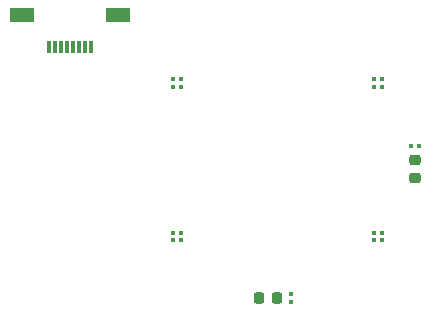
<source format=gbr>
%TF.GenerationSoftware,KiCad,Pcbnew,8.0.2*%
%TF.CreationDate,2025-05-18T13:49:05-07:00*%
%TF.ProjectId,PGS_Stick_Board,5047535f-5374-4696-936b-5f426f617264,rev?*%
%TF.SameCoordinates,Original*%
%TF.FileFunction,Paste,Top*%
%TF.FilePolarity,Positive*%
%FSLAX46Y46*%
G04 Gerber Fmt 4.6, Leading zero omitted, Abs format (unit mm)*
G04 Created by KiCad (PCBNEW 8.0.2) date 2025-05-18 13:49:05*
%MOMM*%
%LPD*%
G01*
G04 APERTURE LIST*
G04 Aperture macros list*
%AMRoundRect*
0 Rectangle with rounded corners*
0 $1 Rounding radius*
0 $2 $3 $4 $5 $6 $7 $8 $9 X,Y pos of 4 corners*
0 Add a 4 corners polygon primitive as box body*
4,1,4,$2,$3,$4,$5,$6,$7,$8,$9,$2,$3,0*
0 Add four circle primitives for the rounded corners*
1,1,$1+$1,$2,$3*
1,1,$1+$1,$4,$5*
1,1,$1+$1,$6,$7*
1,1,$1+$1,$8,$9*
0 Add four rect primitives between the rounded corners*
20,1,$1+$1,$2,$3,$4,$5,0*
20,1,$1+$1,$4,$5,$6,$7,0*
20,1,$1+$1,$6,$7,$8,$9,0*
20,1,$1+$1,$8,$9,$2,$3,0*%
G04 Aperture macros list end*
%ADD10R,0.370000X0.370000*%
%ADD11RoundRect,0.079500X-0.079500X-0.100500X0.079500X-0.100500X0.079500X0.100500X-0.079500X0.100500X0*%
%ADD12RoundRect,0.225000X-0.225000X-0.250000X0.225000X-0.250000X0.225000X0.250000X-0.225000X0.250000X0*%
%ADD13R,0.300000X1.000000*%
%ADD14R,2.000000X1.300000*%
%ADD15RoundRect,0.225000X0.250000X-0.225000X0.250000X0.225000X-0.250000X0.225000X-0.250000X-0.225000X0*%
%ADD16RoundRect,0.079500X-0.100500X0.079500X-0.100500X-0.079500X0.100500X-0.079500X0.100500X0.079500X0*%
G04 APERTURE END LIST*
D10*
%TO.C,RGB2*%
X59390000Y-55290329D03*
X60060000Y-55290329D03*
X60060000Y-54620329D03*
X59390000Y-54620329D03*
%TD*%
%TO.C,RGB4*%
X42390000Y-42290329D03*
X43060000Y-42290329D03*
X43060000Y-41620329D03*
X42390000Y-41620329D03*
%TD*%
D11*
%TO.C,R1*%
X62555000Y-47300000D03*
X63245000Y-47300000D03*
%TD*%
D10*
%TO.C,RGB1*%
X59390000Y-42290329D03*
X60060000Y-42290329D03*
X60060000Y-41620329D03*
X59390000Y-41620329D03*
%TD*%
D12*
%TO.C,C2*%
X49650000Y-60130329D03*
X51200000Y-60130329D03*
%TD*%
D13*
%TO.C,J1*%
X35400000Y-38900000D03*
X34900000Y-38900000D03*
X34400000Y-38900000D03*
X33900000Y-38900000D03*
X33400000Y-38900000D03*
X32900000Y-38900000D03*
X32400000Y-38900000D03*
X31900000Y-38900000D03*
D14*
X37699999Y-36200000D03*
X29600001Y-36200000D03*
%TD*%
D15*
%TO.C,C1*%
X62900000Y-50030329D03*
X62900000Y-48480329D03*
%TD*%
D16*
%TO.C,R2*%
X52350000Y-59785000D03*
X52350000Y-60475000D03*
%TD*%
D10*
%TO.C,RGB3*%
X42390000Y-55290329D03*
X43060000Y-55290329D03*
X43060000Y-54620329D03*
X42390000Y-54620329D03*
%TD*%
M02*

</source>
